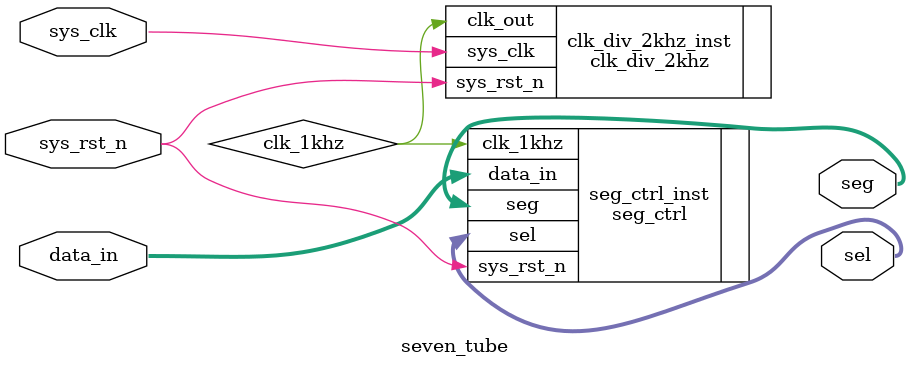
<source format=v>
module seven_tube (
    input sys_clk,
    input sys_rst_n,
    input [23:0] data_in,
    output [2:0] sel,
    output [7:0] seg
);
    wire clk_1khz;

    clk_div_2khz clk_div_2khz_inst (
        .sys_clk (sys_clk),
        .sys_rst_n (sys_rst_n),
        .clk_out (clk_1khz)
    );

    seg_ctrl seg_ctrl_inst (
        .clk_1khz (clk_1khz),
        .sys_rst_n (sys_rst_n),
        .data_in (data_in),
        .sel (sel),
        .seg (seg)
    );
endmodule
</source>
